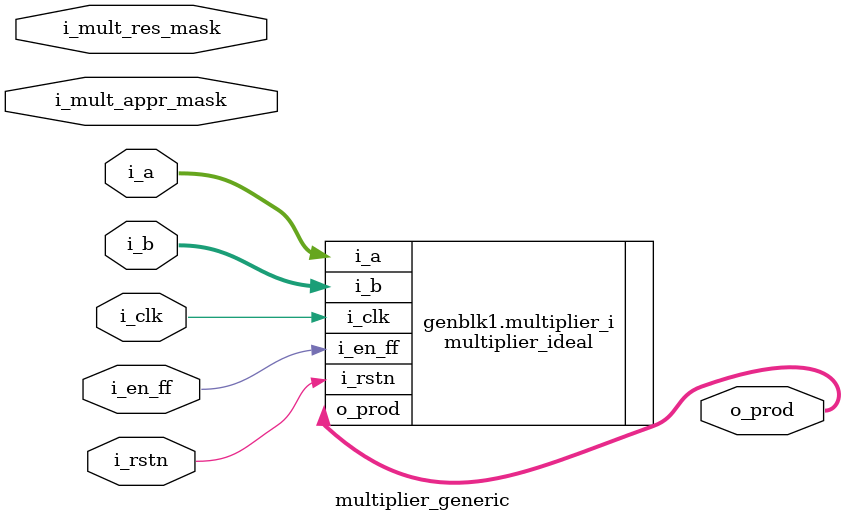
<source format=sv>


// https://solderpad.org/licenses/SHL-2.1/

// Unless required by applicable law or agreed to in writing, any work
// distributed under the License is distributed on an “AS IS” BASIS, WITHOUT
// WARRANTIES OR CONDITIONS OF ANY KIND, either express or implied. See the
// License for the specific language governing permissions and limitations
// under the License.

//
// Jordi Fornt <jfornt@bsc.es>

// ----------
// MACROS
// ----------

// --------------------
// MODULE DECLARATION
// --------------------

module multiplier_generic #(
    parameter MUL_TYPE = 0,
    parameter STAGES = 0,
    parameter SIGNED = 0,
    parameter M_APPROX = 0,
    parameter MM_APPROX = 0,
    parameter IA_W = 16,
    parameter IB_W = 16,
    parameter MULT_RES_MASK_W = 12,
    parameter MULT_APPR_MASK_W = 8,
    localparam MUL_W = IA_W+IB_W
)(
    // Clk, RST
	input logic 				i_clk,
    input logic                 i_en_ff,
	input logic					i_rstn,

	// Data Inputs
    input  logic [IA_W-1:0]   	i_a,
	input  logic [IB_W-1:0]		i_b,

    //Approximate Baugh-Wooley Multiplier masks
    input logic [MULT_RES_MASK_W-1:0]   i_mult_res_mask,
    input logic [MULT_APPR_MASK_W-1:0]  i_mult_appr_mask,
		
	// Data Outputs 
	output logic [MUL_W-1:0]  	o_prod
);

// ------------------------
// CONDITIONAL GENERATION
// ------------------------

generate

    // *********************************************************************
    // MULT TYPE 0 => Inferred Exact Multiplier
    // *********************************************************************

    if (MUL_TYPE == 0) begin

        // MULTIPLIER
        multiplier_ideal #(
                .SIGNED(SIGNED),
                .STAGES(STAGES),
                .IA_W(IA_W),
                .IB_W(IB_W),
                .MUL_W(MUL_W)
            ) multiplier_i
                (.i_clk		(i_clk),
                .i_rstn		(i_rstn),
                .i_en_ff    (i_en_ff),
                .i_a		(i_a),
                .i_b		(i_b),
                .o_prod		(o_prod));

    // *************************************************************
    // MULT TYPE 1 => Exact Wallace Multiplier
    // *************************************************************

    end else if (MUL_TYPE == 1) begin
        
        // MULTIPLIER
        multiplier_wallace #(
                .APPROX_TYPE(0),
                .SIGNED(SIGNED),
                .STAGES(STAGES),
                .IA_W(IA_W),
                .IB_W(IB_W),
                .MUL_W(MUL_W)
            ) multiplier_i
                (.i_clk		(i_clk),
                .i_rstn		(i_rstn),
                .i_en_ff    (i_en_ff),
                .i_a		(i_a),
                .i_b		(i_b),
                .o_prod		(o_prod));

    // *************************************************************
    // MULT TYPE 2 => Partial UDM Wallace Multiplier
    // *************************************************************

    end else if (MUL_TYPE == 2) begin
        
        // MULTIPLIER
        multiplier_wallace #(
                .APPROX_TYPE(1),
                .SIGNED(SIGNED),
                .STAGES(STAGES),
                .IA_W(IA_W),
                .IB_W(IB_W),
                .MUL_W(MUL_W)
            ) multiplier_i
                (.i_clk		(i_clk),
                .i_rstn		(i_rstn),
                .i_en_ff    (i_en_ff),
                .i_a		(i_a),
                .i_b		(i_b),
                .o_prod		(o_prod));

    // *************************************************************
    // MULT TYPE 3 => Full UDM Wallace Multiplier
    // *************************************************************

    end else if (MUL_TYPE == 3) begin
        
        // MULTIPLIER
        multiplier_wallace #(
                .APPROX_TYPE(2),
                .SIGNED(SIGNED),
                .STAGES(STAGES),
                .IA_W(IA_W),
                .IB_W(IB_W),
                .MUL_W(MUL_W)
            ) multiplier_i
                (.i_clk		(i_clk),
                .i_rstn		(i_rstn),
                .i_en_ff    (i_en_ff),
                .i_a		(i_a),
                .i_b		(i_b),
                .o_prod		(o_prod));

    // *************************************************************
    // MULT TYPE 4 => RADIX-4 EXACT BOOTH MULTIPLIER
    // *************************************************************

    end else if (MUL_TYPE == 4) begin

        // BOOTH MULTIPLIER INSTANTIATION
        multiplier_booth #(
                .APPROX_TYPE(0),
                .SIGNED(SIGNED),
                .M_APPROX(M_APPROX),
                .IA_W(IA_W),
                .IB_W(IB_W),
                .MUL_W(MUL_W)
            ) multiplier_i
                (.i_clk		(i_clk),
                .i_rstn		(i_rstn),
                .i_en_ff    (i_en_ff),
                .i_a		(i_a),
                .i_b		(i_b),
                .o_prod		(o_prod));

    // *************************************************************
    // MULT TYPE 5 => RADIX-4 APPROXIMATE BOOTH MULTIPLIER - M1
    // *************************************************************

    end else if (MUL_TYPE == 5) begin

        // BOOTH MULTIPLIER INSTANTIATION
        multiplier_booth #(
                .APPROX_TYPE(1),
                .SIGNED(SIGNED),
                .M_APPROX(M_APPROX),
                .IA_W(IA_W),
                .IB_W(IB_W),
                .MUL_W(MUL_W)
            ) multiplier_i
                (.i_clk		(i_clk),
                .i_rstn		(i_rstn),
                .i_en_ff    (i_en_ff),
                .i_a		(i_a),
                .i_b		(i_b),
                .o_prod		(o_prod));

    // *************************************************************
    // MULT TYPE 6 => RADIX-4 APPROXIMATE BOOTH MULTIPLIER - M3
    // *************************************************************

    end else if (MUL_TYPE == 6) begin

        // BOOTH MULTIPLIER INSTANTIATION
        multiplier_booth #(
                .APPROX_TYPE(2),
                .SIGNED(SIGNED),
                .M_APPROX(M_APPROX),
                .IA_W(IA_W),
                .IB_W(IB_W),
                .MUL_W(MUL_W)
            ) multiplier_i
                (.i_clk		(i_clk),
                .i_rstn		(i_rstn),
                .i_en_ff    (i_en_ff),
                .i_a		(i_a),
                .i_b		(i_b),
                .o_prod		(o_prod));

    // *************************************************************
    // MULT TYPE 7 => LOGARITHMIC MULTIPLIER
    // *************************************************************

    end else if (MUL_TYPE == 7) begin

        // LOG MULTIPLIER INSTANTIATION
        multiplier_log #(
                .APPROX_TYPE(0),
                .SIGNED(SIGNED),
                .M_APPROX(M_APPROX),
                .IA_W(IA_W),
                .IB_W(IB_W),
                .MUL_W(MUL_W)
            ) multiplier_i
                (.i_clk		(i_clk),
                .i_rstn		(i_rstn),
                .i_en_ff    (i_en_ff),
                .i_a		(i_a),
                .i_b		(i_b),
                .o_prod		(o_prod));

    // *************************************************************
    // MULT TYPE 8 => APPROX LOGARITHMIC MULTIPLIER - SOA
    // *************************************************************

    end else if (MUL_TYPE == 8) begin

        // LOG MULTIPLIER INSTANTIATION
        multiplier_log #(
                .APPROX_TYPE(1),
                .SIGNED(SIGNED),
                .M_APPROX(M_APPROX),
                .IA_W(IA_W),
                .IB_W(IB_W),
                .MUL_W(MUL_W)
            ) multiplier_i
                (.i_clk		(i_clk),
                .i_rstn		(i_rstn),
                .i_en_ff    (i_en_ff),
                .i_a		(i_a),
                .i_b		(i_b),
                .o_prod		(o_prod));

    // *************************************************************
    // MULT TYPE 9 => BROKEN ARRAY MULTIPLIER
    // *************************************************************

    end else if (MUL_TYPE == 9) begin

        // BAM MULTIPLIER INSTANTIATION
        multiplier_bam #(
                .SIGNED(SIGNED),
                .VBL(M_APPROX),
                .HBL(MM_APPROX),
                .IA_W(IA_W),
                .IB_W(IB_W),
                .MUL_W(MUL_W)
            ) multiplier_i
                (.i_clk		(i_clk),
                .i_rstn		(i_rstn),
                .i_en_ff    (i_en_ff),
                .i_a		(i_a),
                .i_b		(i_b),
                .o_prod		(o_prod));

    // *************************************************************
    // MULT TYPE 10 => APPROX BAUGH-WOOLEY MULTIPLIER 8x8
    // *************************************************************

    end else if (MUL_TYPE == 10) begin 

         // BAUGH-WOOLEY MULTIPLIER INSTANTIATION
        mul_8x8_signed_bw multiplier_i
                (.i_clk		(i_clk),
                .i_rstn		(i_rstn),
                .i_en_ff    (i_en_ff),
                .a		    (i_a),
                .b		    (i_b),
                .res_mask   (i_mult_res_mask),
                .appr_mask  (i_mult_appr_mask),
                .res		(o_prod));              

    end

endgenerate

endmodule

</source>
